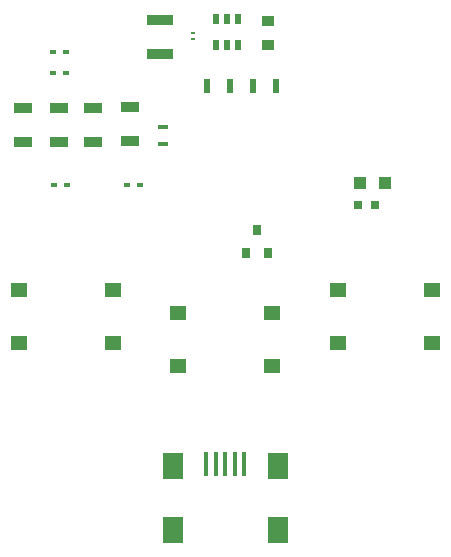
<source format=gbp>
G04 #@! TF.FileFunction,Paste,Bot*
%FSLAX46Y46*%
G04 Gerber Fmt 4.6, Leading zero omitted, Abs format (unit mm)*
G04 Created by KiCad (PCBNEW 4.0.7) date 2017 November 19, Sunday 17:56:15*
%MOMM*%
%LPD*%
G01*
G04 APERTURE LIST*
%ADD10C,0.100000*%
%ADD11R,1.125000X0.900000*%
%ADD12R,0.315000X0.270000*%
%ADD13R,0.540000X0.450000*%
%ADD14R,0.717804X0.717804*%
%ADD15R,1.078992X1.078992*%
%ADD16R,2.250000X0.810000*%
%ADD17R,0.720000X0.810000*%
%ADD18R,1.530000X0.810000*%
%ADD19R,0.810000X0.450000*%
%ADD20R,1.395000X1.170000*%
%ADD21R,0.450342X2.071116*%
%ADD22R,1.799082X2.249424*%
%ADD23R,0.630000X1.170000*%
%ADD24R,0.585000X0.954000*%
G04 APERTURE END LIST*
D10*
D11*
X145100000Y-94054700D03*
X145100000Y-92054700D03*
D12*
X138800000Y-93554700D03*
X138800000Y-93004700D03*
D13*
X128050000Y-105900000D03*
X126950000Y-105900000D03*
X128000000Y-94600000D03*
X126900000Y-94600000D03*
X128000000Y-96400000D03*
X126900000Y-96400000D03*
X133200000Y-105900000D03*
X134300000Y-105900000D03*
D14*
X154200000Y-107600000D03*
X152701400Y-107600000D03*
D15*
X155000000Y-105700000D03*
X152901960Y-105700000D03*
D16*
X136000000Y-94804700D03*
X136000000Y-91904700D03*
D17*
X145150000Y-111700000D03*
X143250000Y-111700000D03*
X144200000Y-109700000D03*
D18*
X124400000Y-102250000D03*
X124400000Y-99350000D03*
D19*
X136200000Y-102450000D03*
X136200000Y-100950000D03*
D18*
X127400000Y-99350000D03*
X127400000Y-102250000D03*
X130300000Y-99350000D03*
X130300000Y-102250000D03*
X133400000Y-99300000D03*
X133400000Y-102200000D03*
D20*
X151025000Y-114750000D03*
X151025000Y-119250000D03*
X158975000Y-119250000D03*
X158975000Y-114750000D03*
X137525000Y-116750000D03*
X137525000Y-121250000D03*
X145475000Y-121250000D03*
X145475000Y-116750000D03*
X124025000Y-114750000D03*
X124025000Y-119250000D03*
X131975000Y-119250000D03*
X131975000Y-114750000D03*
D21*
X143100200Y-129550680D03*
X142300100Y-129550680D03*
X141500000Y-129550680D03*
X140699900Y-129550680D03*
X139899800Y-129550680D03*
D22*
X145950080Y-129649740D03*
X145950080Y-135148840D03*
X137049920Y-129649740D03*
X137049920Y-135148840D03*
D23*
X145750000Y-97554700D03*
X143850000Y-97554700D03*
X141850000Y-97554700D03*
X139950000Y-97554700D03*
D24*
X140700000Y-91854700D03*
X141650000Y-91854700D03*
X142600000Y-91854700D03*
X142600000Y-94054700D03*
X140700000Y-94054700D03*
X141650000Y-94054700D03*
M02*

</source>
